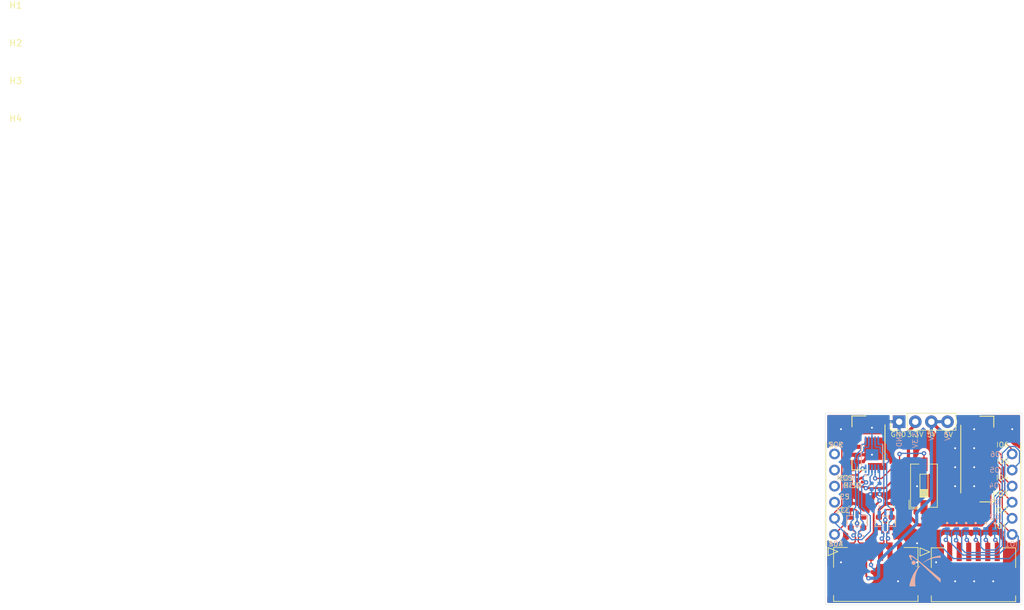
<source format=kicad_pcb>
(kicad_pcb (version 20240108) (generator "pcbnew") (generator_version "8.0")
  (layers (0 "F.Cu" signal "F.Cu (Sig)") (1 "In1.Cu" power "In1.Cu (GND)") (2 "In2.Cu" power "In2.Cu (GND)") (31 "B.Cu" signal "B.Cu (Sig)") (34 "B.Paste" user) (35 "F.Paste" user) (36 "B.SilkS" user "B.Silkscreen") (37 "F.SilkS" user "F.Silkscreen") (38 "B.Mask" user) (39 "F.Mask" user) (44 "Edge.Cuts" user))
  (net 0 "")
  (net 1 "GND")
  (net 2 "+5V")
  (net 3 "+3v3")
  (net 4 "Net-(C3-Pad1)")
  (net 5 "Net-(C4-Pad1)")
  (net 6 "/CANSCL+")
  (net 7 "/CANSCL-")
  (net 8 "/CANSDA-")
  (net 9 "/CANSDA+")
  (net 10 "/INT3")
  (net 11 "/INT2")
  (net 12 "/MAG_INT")
  (net 13 "/DRDY")
  (net 14 "/INT1")
  (net 15 "/INT4")
  (net 16 "/SDA")
  (net 17 "/SCL")
  (net 22 "Net-(R2-Pad1)")
  (net 23 "Net-(U1-EN{slash}MODE)")
  (net 24 "Net-(D1-PadA)")
  (net 25 "Net-(D2-PadA)")
  (net 26 "Net-(D3-PadA)")
  (net 27 "Net-(D4-PadA)")
  (net 28 "Net-(D5-PadA)")
  (net 29 "Net-(D6-PadA)")
  (net 30 "/5v_in")
  (footprint "Resistor_SMD:R_0603_1608Metric" (layer "F.Cu") (at 138.55 80.85 90)
    (property "Reference" "R1" (hide yes))
    (property "Value" "60R" (hide yes))
  )
  (footprint "Resistor_SMD:R_0201_0603Metric" (layer "F.Cu") (at 135.1 73.695 -90)
    (property "Reference" "R6" (hide yes))
    (property "Value" "4k7" (hide yes))
  )
  (footprint "Resistor_SMD:R_0603_1608Metric" (layer "F.Cu") (at 134.1 80.85 -90)
    (property "Reference" "R7" (hide yes))
    (property "Value" "60R" (hide yes))
  )
  (footprint "MountingHole:MountingHole_2.2mm_M2" (layer "F.Cu") (at 2.475 2.475)
    (property "Reference" "H1")
    (property "Value" "M2")
  )
  (footprint "MountingHole:MountingHole_2.2mm_M2" (layer "F.Cu") (at 2.475 14.375)
    (property "Reference" "H3")
    (property "Value" "M2")
  )
  (footprint "Resistor_SMD:R_0603_1608Metric" (layer "F.Cu") (at 140.55 80.85 90)
    (property "Reference" "R3" (hide yes))
    (property "Value" "60R" (hide yes))
  )
  (footprint "Resistor_SMD:R_0201_0603Metric" (layer "F.Cu") (at 145.72 80.2)
    (property "Reference" "R2" (hide yes))
    (property "Value" "10k" (hide yes))
  )
  (footprint "MountingHole:MountingHole_2.2mm_M2" (layer "F.Cu") (at 2.475 20.325)
    (property "Reference" "H4")
    (property "Value" "M2")
  )
  (footprint "footprints:CONN_BM08B-GHS-TBT_JST" (layer "F.Cu") (at 154.05 70.85 -90)
    (property "Reference" "J1" (hide yes))
    (property "Value" "BM08B-GHS-TBT" (hide yes))
  )
  (footprint "Resistor_SMD:R_0201_0603Metric" (layer "F.Cu") (at 135.9 74.155 90)
    (property "Reference" "R5" (hide yes))
    (property "Value" "4k7" (hide yes))
  )
  (footprint "MountingHole:MountingHole_2.2mm_M2" (layer "F.Cu") (at 2.475 8.425)
    (property "Reference" "H2")
    (property "Value" "M2")
  )
  (footprint "Capacitor_SMD:C_0402_1005Metric" (layer "F.Cu") (at 134.2 78.35 90)
    (property "Reference" "C4" (hide yes))
    (property "Value" "4.7nF" (hide yes))
  )
  (footprint "footprints:CON_5025850670" (layer "F.Cu") (at 134.304 85.450001)
    (property "Reference" "J5" (hide yes))
    (property "Value" "5025850670" (hide yes))
  )
  (footprint "footprints:CON_5025850670" (layer "F.Cu") (at 149.704 85.500001)
    (property "Reference" "J2" (hide yes))
    (property "Value" "5025850670" (hide yes))
  )
  (footprint "Resistor_SMD:R_0603_1608Metric" (layer "F.Cu") (at 136.1 80.85 -90)
    (property "Reference" "R4" (hide yes))
    (property "Value" "60R" (hide yes))
  )
  (footprint "footprints:Hat_connector_hole" (layer "F.Cu") (at 145.55 73.85)
    (property "Reference" "J4" (hide yes))
    (property "Value" "Hat_connector_hole" (hide yes))
  )
  (footprint "Button_Switch_SMD:SW_DIP_SPSTx01_Slide_6.7x4.1mm_W6.73mm_P2.54mm_LowProfile_JPin" (layer "F.Cu") (at 145.65 75.05 90)
    (property "Reference" "SW1" (hide yes))
    (property "Value" "SW_DIP_x01" (hide yes))
  )
  (footprint "footprints:CONN_BM04B-GHS-TBT_JST" (layer "F.Cu") (at 136.9 68.3 90)
    (property "Reference" "J3" (hide yes))
    (property "Value" "BM04B-GHS-TBT" (hide yes))
  )
  (footprint "Capacitor_SMD:C_0402_1005Metric" (layer "F.Cu") (at 140.65 78.35 90)
    (property "Reference" "C3" (hide yes))
    (property "Value" "4.7nF" (hide yes))
  )
  (footprint "footprints:Xplore_Logo_X_only_5mm" (layer "B.Cu") (at 145.788013 88.45 180)
    (property "Reference" "G1" (hide yes))
    (property "Value" "Xplore_Logo" (hide yes))
  )
  (footprint "footprints:DIO_PESD5V0S1UL_315" (layer "B.Cu") (at 149.3 82.2 -90)
    (property "Reference" "D1" (hide yes))
    (property "Value" "PESD5V0S1UL_315" (hide yes))
  )
  (footprint "footprints:DIO_PESD5V0S1UL_315" (layer "B.Cu") (at 150.8 82.2 -90)
    (property "Reference" "D2" (hide yes))
    (property "Value" "PESD5V0S1UL_315" (hide yes))
  )
  (footprint "footprints:SOT23_PESD2_NEX" (layer "B.Cu") (at 135.1 80.6 180)
    (property "Reference" "CR2" (hide yes))
    (property "Value" "PESD2CANFD27V-TR" (hide yes))
  )
  (footprint "footprints:DIO_PESD5V0S1UL_315" (layer "B.Cu") (at 155.4 82.2 -90)
    (property "Reference" "D5" (hide yes))
    (property "Value" "PESD5V0S1UL_315" (hide yes))
  )
  (footprint "Capacitor_SMD:C_0402_1005Metric" (layer "B.Cu") (at 137.4 75.15 -90)
    (property "Reference" "C2" (hide yes))
    (property "Value" "2.2uF" (hide yes))
  )
  (footprint "Capacitor_SMD:C_0402_1005Metric" (layer "B.Cu") (at 138.65 75.17 -90)
    (property "Reference" "C1" (hide yes))
    (property "Value" "1uF" (hide yes))
  )
  (footprint "footprints:DIO_PESD5V0S1UL_315" (layer "B.Cu") (at 152.3 82.2 -90)
    (property "Reference" "D3" (hide yes))
    (property "Value" "PESD5V0S1UL_315" (hide yes))
  )
  (footprint "footprints:DIO_PESD5V0S1UL_315" (layer "B.Cu") (at 156.8 82.2 -90)
    (property "Reference" "D6" (hide yes))
    (property "Value" "PESD5V0S1UL_315" (hide yes))
  )
  (footprint "footprints:D5V0H1B2LP_7B" (layer "B.Cu") (at 138.15 88.3 180)
    (property "Reference" "U2" (hide yes))
    (property "Value" "D5V0H1B2LP-7B" (hide yes))
  )
  (footprint "footprints:LT3960" (layer "B.Cu") (at 137.45 70.1611 -90)
    (property "Reference" "U1" (hide yes))
    (property "Value" "LT3960JMSE-PBF" (hide yes))
  )
  (footprint "footprints:DIO_PESD5V0S1UL_315" (layer "B.Cu") (at 153.8 82.2 -90)
    (property "Reference" "D4" (hide yes))
    (property "Value" "PESD5V0S1UL_315" (hide yes))
  )
  (footprint "footprints:SOT23_PESD2_NEX" (layer "B.Cu") (at 139.55 80.65)
    (property "Reference" "CR1" (hide yes))
    (property "Value" "PESD2CANFD27V-TR" (hide yes))
  )
  (gr_rect (start 130.1 63.6) (end 161.1 93.85) (stroke (width 0.05)) (fill none) (layer "Edge.Cuts"))
  (segment (start 134.9235 70.175) (end 137.4361 70.175) (width 0.2) (layer "F.Cu") (net 1))
  (segment (start 141.804 85.450001) (end 143.247512 85.450001) (width 0.2) (layer "F.Cu") (net 1))
  (segment (start 143.247512 85.450001) (end 144.562513 84.135) (width 0.2) (layer "F.Cu") (net 1))
  (segment (start 140.65 77.87) (end 140.13924 77.87) (width 0.2) (layer "F.Cu") (net 1))
  (segment (start 135.73 77.87) (end 137.2 76.4) (width 0.2) (layer "F.Cu") (net 1))
  (segment (start 143.578995 90.150002) (end 143.553995 90.125002) (width 0.2) (layer "F.Cu") (net 1))
  (segment (start 134.2 77.87) (end 135.73 77.87) (width 0.2) (layer "F.Cu") (net 1))
  (segment (start 140.13924 77.87) (end 138.65962 76.39038) (width 0.2) (layer "F.Cu") (net 1))
  (segment (start 137.4361 70.175) (end 137.45 70.1611) (width 0.2) (layer "F.Cu") (net 1))
  (via (at 137.45 70.1611) (size 0.7) (drill 0.3) (layers "F.Cu" "B.Cu") (net 1))
  (via (at 153.562513 69.135) (size 0.7) (drill 0.3) (layers "F.Cu" "B.Cu") (net 1))
  (via (at 135.1 81) (size 0.7) (drill 0.3) (layers "F.Cu" "B.Cu") (net 1))
  (via (at 147.562513 87.135) (size 0.7) (drill 0.3) (layers "F.Cu" "B.Cu") (net 1))
  (via (at 153.562513 90.135) (size 0.7) (drill 0.3) (layers "F.Cu" "B.Cu") (net 1))
  (via (at 144.562513 75.135) (size 0.7) (drill 0.3) (layers "F.Cu" "B.Cu") (net 1))
  (via (at 139.55 80.45) (size 0.7) (drill 0.3) (layers "F.Cu" "B.Cu") (net 1))
  (via (at 150.562513 75.135) (size 0.7) (drill 0.3) (layers "F.Cu" "B.Cu") (net 1))
  (via (at 144.562513 87.135) (size 0.7) (drill 0.3) (layers "F.Cu" "B.Cu") (net 1))
  (via (at 153.562513 72.135) (size 0.7) (drill 0.3) (layers "F.Cu" "B.Cu") (net 1))
  (via (at 132.562513 87.135) (size 0.7) (drill 0.3) (layers "F.Cu" "B.Cu") (net 1))
  (via (at 156.562513 90.135) (size 0.7) (drill 0.3) (layers "F.Cu" "B.Cu") (net 1))
  (via (at 141.562513 90.135) (size 0.7) (drill 0.3) (layers "F.Cu" "B.Cu") (net 1))
  (via (at 137.45 65.9) (size 0.7) (drill 0.3) (layers "F.Cu" "B.Cu") (net 1))
  (via (at 132.562513 66.135) (size 0.7) (drill 0.3) (layers "F.Cu" "B.Cu") (net 1))
  (via (at 137.2 76.4) (size 0.7) (drill 0.3) (layers "F.Cu" "B.Cu") (net 1))
  (via (at 153.562513 75.135) (size 0.7) (drill 0.3) (layers "F.Cu" "B.Cu") (net 1))
  (via (at 150.562513 69.135) (size 0.7) (drill 0.3) (layers "F.Cu" "B.Cu") (net 1))
  (via (at 153.562513 66.135) (size 0.7) (drill 0.3) (layers "F.Cu" "B.Cu") (net 1))
  (via (at 159.562513 66.135) (size 0.7) (drill 0.3) (layers "F.Cu" "B.Cu") (net 1))
  (via (at 150.562513 72.135) (size 0.7) (drill 0.3) (layers "F.Cu" "B.Cu") (net 1))
  (via (at 138.65962 76.39038) (size 0.7) (drill 0.3) (layers "F.Cu" "B.Cu") (net 1))
  (via (at 144.562513 84.135) (size 0.7) (drill 0.3) (layers "F.Cu" "B.Cu") (net 1))
  (via (at 150.562513 90.135) (size 0.7) (drill 0.3) (layers "F.Cu" "B.Cu") (net 1))
  (segment (start 139.55 81.666) (end 139.55 80.45) (width 0.2) (layer "B.Cu") (net 1))
  (segment (start 137.2 76.4) (end 137.4 76.2) (width 0.2) (layer "B.Cu") (net 1))
  (segment (start 135.1 81) (end 135.1 79.584) (width 0.2) (layer "B.Cu") (net 1))
  (segment (start 138.65 76.38076) (end 138.65 75.65) (width 0.2) (layer "B.Cu") (net 1))
  (segment (start 137.45 67.947752) (end 137.45 65.9) (width 0.2) (layer "B.Cu") (net 1))
  (segment (start 138.65962 76.39038) (end 138.65 76.38076) (width 0.2) (layer "B.Cu") (net 1))
  (segment (start 137.45 67.947752) (end 137.45 70.1611) (width 0.2) (layer "B.Cu") (net 1))
  (segment (start 137.4 76.2) (end 137.4 75.63) (width 0.2) (layer "B.Cu") (net 1))
  (segment (start 138.65 77.4) (end 138.65 77.5) (width 0.3) (layer "F.Cu") (net 2))
  (segment (start 137.725 82.479001) (end 136.553999 83.650002) (width 0.3) (layer "F.Cu") (net 2))
  (segment (start 146.04 80.2) (end 146.75 80.2) (width 0.2) (layer "F.Cu") (net 2))
  (segment (start 137.725 78.425) (end 137.725 82.479001) (width 0.3) (layer "F.Cu") (net 2))
  (segment (start 136.553999 89.303999) (end 136.9 89.65) (width 0.3) (layer "F.Cu") (net 2))
  (segment (start 148.4 66.54) (end 146.81 64.95) (width 0.5) (layer "F.Cu") (net 2))
  (segment (start 138.65 77.5) (end 137.725 78.425) (width 0.3) (layer "F.Cu") (net 2))
  (segment (start 136.553999 83.650002) (end 136.553999 89.303999) (width 0.3) (layer "F.Cu") (net 2))
  (segment (start 148.4 78.55) (end 148.4 66.54) (width 0.5) (layer "F.Cu") (net 2))
  (segment (start 146.75 80.2) (end 148.4 78.55) (width 0.5) (layer "F.Cu") (net 2))
  (via (at 138.65 77.4) (size 0.7) (drill 0.3) (layers "F.Cu" "B.Cu") (net 2))
  (via (at 136.9 89.65) (size 0.7) (drill 0.3) (layers "F.Cu" "B.Cu") (net 2))
  (segment (start 136.9 89.65) (end 138.15 89.65) (width 0.5) (layer "B.Cu") (net 2))
  (segment (start 138 75.966134) (end 138.01 75.956134) (width 0.2) (layer "B.Cu") (net 2))
  (segment (start 146.81 64.95) (end 149.35 64.95) (width 0.5) (layer "B.Cu") (net 2))
  (segment (start 140.55 84.95) (end 140.627818 84.95) (width 0.5) (layer "B.Cu") (net 2))
  (segment (start 138.01 75.956134) (end 138.01 75.28) (width 0.2) (layer "B.Cu") (net 2))
  (segment (start 138.01 75.28) (end 138.65 74.64) (width 0.2) (layer "B.Cu") (net 2))
  (segment (start 144.5 81.077818) (end 144.5 79.35) (width 0.5) (layer "B.Cu") (net 2))
  (segment (start 138.65 72.574447) (end 138.450001 72.374448) (width 0.2) (layer "B.Cu") (net 2))
  (segment (start 138.497599 89.302401) (end 138.497599 88.3) (width 0.5) (layer "B.Cu") (net 2))
  (segment (start 138.65 77.3) (end 138 76.65) (width 0.2) (layer "B.Cu") (net 2))
  (segment (start 138 76.65) (end 138 75.966134) (width 0.2) (layer "B.Cu") (net 2))
  (segment (start 146.82 77.03) (end 146.82 64.96) (width 0.5) (layer "B.Cu") (net 2))
  (segment (start 138.497599 88.3) (end 138.497599 87.002401) (width 0.5) (layer "B.Cu") (net 2))
  (segment (start 138.15 89.65) (end 138.497599 89.302401) (width 0.5) (layer "B.Cu") (net 2))
  (segment (start 140.627818 84.95) (end 144.5 81.077818) (width 0.5) (layer "B.Cu") (net 2))
  (segment (start 138.65 74.64) (end 138.65 72.574447) (width 0.2) (layer "B.Cu") (net 2))
  (segment (start 144.5 79.35) (end 146.82 77.03) (width 0.5) (layer "B.Cu") (net 2))
  (segment (start 138.65 77.4) (end 138.65 77.3) (width 0.2) (layer "B.Cu") (net 2))
  (segment (start 138.497599 87.002401) (end 140.55 84.95) (width 0.5) (layer "B.Cu") (net 2))
  (segment (start 135.1 74.015) (end 135.490832 74.015) (width 0.3) (layer "F.Cu") (net 3))
  (segment (start 143.25 79.75) (end 143.25 74.85) (width 0.5) (layer "F.Cu") (net 3))
  (segment (start 143 66.7) (end 143.25 66.45) (width 0.5) (layer "F.Cu") (net 3))
  (segment (start 156.0265 75.225) (end 156.0265 79.9735) (width 0.5) (layer "F.Cu") (net 3))
  (segment (start 143.2 74.8) (end 143.2 66.5) (width 0.5) (layer "F.Cu") (net 3))
  (segment (start 144.75 81.25) (end 143.25 79.75) (width 0.5) (layer "F.Cu") (net 3))
  (segment (start 143.25 74.85) (end 143.2 74.8) (width 0.5) (layer "F.Cu") (net 3))
  (segment (start 144.27 65.43) (end 144.27 64.95) (width 0.5) (layer "F.Cu") (net 3))
  (segment (start 135.1985 66.7) (end 143 66.7) (width 0.5) (layer "F.Cu") (net 3))
  (segment (start 143.25 66.45) (end 144.27 65.43) (width 0.5) (layer "F.Cu") (net 3))
  (segment (start 143.2 66.5) (end 143.25 66.45) (width 0.5) (layer "F.Cu") (net 3))
  (segment (start 135.490832 74.015) (end 135.670832 73.835) (width 0.3) (layer "F.Cu") (net 3))
  (segment (start 139.516402 75.433598) (end 143.2 71.75) (width 0.3) (layer "F.Cu") (net 3))
  (segment (start 136.29113 75.235) (end 135.790832 75.235) (width 0.3) (layer "F.Cu") (net 3))
  (segment (start 134.9235 66.425) (end 135.1985 66.7) (width 0.5) (layer "F.Cu") (net 3))
  (segment (start 135.1 74.544168) (end 135.1 74.015) (width 0.3) (layer "F.Cu") (net 3))
  (segment (start 144.27 64.97) (end 144.27 64.95) (width 0.5) (layer "F.Cu") (net 3))
  (segment (start 144.27 65.18) (end 144.27 64.95) (width 0.5) (layer "F.Cu") (net 3))
  (segment (start 136.489728 75.433598) (end 136.29113 75.235) (width 0.3) (layer "F.Cu") (net 3))
  (segment (start 135.670832 73.835) (end 135.9 73.835) (width 0.3) (layer "F.Cu") (net 3))
  (segment (start 156.0265 79.9735) (end 154.75 81.25) (width 0.5) (layer "F.Cu") (net 3))
  (segment (start 136.489728 75.433598) (end 139.516402 75.433598) (width 0.3) (layer "F.Cu") (net 3))
  (segment (start 135.790832 75.235) (end 135.1 74.544168) (width 0.3) (layer "F.Cu") (net 3))
  (segment (start 154.75 81.25) (end 144.75 81.25) (width 0.5) (layer "F.Cu") (net 3))
  (via (at 136.489728 75.433598) (size 0.7) (drill 0.3) (layers "F.Cu" "B.Cu") (net 3))
  (segment (start 137.452218 72.376666) (end 137.45 72.374448) (width 0.2) (layer "B.Cu") (net 3))
  (segment (start 136.489728 75.433598) (end 136.636402 75.433598) (width 0.2) (layer "B.Cu") (net 3))
  (segment (start 137.45 73.343782) (end 137.45 72.374448) (width 0.2) (layer "B.Cu") (net 3))
  (segment (start 137.45 74.643866) (end 137.15 74.343866) (width 0.2) (layer "B.Cu") (net 3))
  (segment (start 136.636402 75.433598) (end 137.4 74.67) (width 0.2) (layer "B.Cu") (net 3))
  (segment (start 137.15 74.343866) (end 137.15 73.643782) (width 0.2) (layer "B.Cu") (net 3))
  (segment (start 137.15 73.643782) (end 137.45 73.343782) (width 0.2) (layer "B.Cu") (net 3))
  (segment (start 140.65 79.925) (end 140.65 78.83) (width 0.2) (layer "F.Cu") (net 4))
  (segment (start 140.55 80.025) (end 140.65 79.925) (width 0.2) (layer "F.Cu") (net 4))
  (segment (start 140.65 78.83) (end 139.745 78.83) (width 0.2) (layer "F.Cu") (net 4))
  (segment (start 139.745 78.83) (end 138.55 80.025) (width 0.2) (layer "F.Cu") (net 4))
  (segment (start 134.1 78.93) (end 134.2 78.83) (width 0.2) (layer "F.Cu") (net 5))
  (segment (start 134.905 78.83) (end 136.1 80.025) (width 0.2) (layer "F.Cu") (net 5))
  (segment (start 134.1 80.025) (end 134.1 78.93) (width 0.2) (layer "F.Cu") (net 5))
  (segment (start 134.2 78.83) (end 134.905 78.83) (width 0.2) (layer "F.Cu") (net 5))
  (segment (start 139 83.4) (end 139.329001 83.070999) (width 0.2) (layer "F.Cu") (net 6))
  (segment (start 139.325 82.955759) (end 139.325 82.525) (width 0.2) (layer "F.Cu") (net 6))
  (segment (start 139.325 82.525) (end 138.55 81.75) (width 0.2) (layer "F.Cu") (net 6))
  (segment (start 139.329 84.925002) (end 138.804001 85.450001) (width 0.2) (layer "F.Cu") (net 6))
  (segment (start 139 83.4) (end 139.329 83.729) (width 0.2) (layer "F.Cu") (net 6))
  (segment (start 139.329001 82.95976) (end 139.325 82.955759) (width 0.2) (layer "F.Cu") (net 6))
  (segment (start 139.329001 83.070999) (end 139.329001 82.95976) (width 0.2) (layer "F.Cu") (net 6))
  (segment (start 138.55 81.75) (end 138.55 81.675) (width 0.2) (layer "F.Cu") (net 6))
  (segment (start 139.329 83.729) (end 139.329 84.925002) (width 0.2) (layer "F.Cu") (net 6))
  (via (at 139 83.4) (size 0.7) (drill 0.3) (layers "F.Cu" "B.Cu") (net 6))
  (segment (start 138.7406 69.7088) (end 138.7406 68.9721) (width 0.2) (layer "B.Cu") (net 6))
  (segment (start 138.599999 80.510301) (end 138.599999 79.634) (width 0.2) (layer "B.Cu") (net 6))
  (segment (start 139.325 78.032698) (end 139.325 70.2932) (width 0.2) (layer "B.Cu") (net 6))
  (segment (start 138.599999 78.757699) (end 139.325 78.032698) (width 0.2) (layer "B.Cu") (net 6))
  (segment (start 138.9833 82.5502) (end 138.9833 80.893602) (width 0.2) (layer "B.Cu") (net 6))
  (segment (start 138.599999 79.634) (end 138.599999 78.757699) (width 0.2) (layer "B.Cu") (net 6))
  (segment (start 139.325 82.954931) (end 139.325 82.5502) (width 0.2) (layer "B.Cu") (net 6))
  (segment (start 139.329001 83.070999) (end 139.329001 82.958932) (width 0.2) (layer "B.Cu") (net 6))
  (segment (start 139.329001 82.958932) (end 139.325 82.954931) (width 0.2) (layer "B.Cu") (net 6))
  (segment (start 138.7406 68.9721) (end 138.0789 68.9721) (width 0.2) (layer "B.Cu") (net 6))
  (segment (start 139 83.4) (end 139.329001 83.070999) (width 0.2) (layer "B.Cu") (net 6))
  (segment (start 138.9833 80.893602) (end 138.599999 80.510301) (width 0.2) (layer "B.Cu") (net 6))
  (segment (start 139.325 82.5502) (end 138.9833 82.5502) (width 0.2) (layer "B.Cu") (net 6))
  (segment (start 139.325 70.2932) (end 138.7406 69.7088) (width 0.2) (layer "B.Cu") (net 6))
  (segment (start 138.0789 68.9721) (end 137.949999 68.843199) (width 0.2) (layer "B.Cu") (net 6))
  (segment (start 137.949999 68.843199) (end 137.949999 67.947752) (width 0.2) (layer "B.Cu") (net 6))
  (segment (start 139.779002 83.573032) (end 139.979001 83.373033) (width 0.2) (layer "F.Cu") (net 7))
  (segment (start 139.775 82.525) (end 140.55 81.75) (width 0.2) (layer "F.Cu") (net 7))
  (segment (start 139.779001 83.173033) (end 139.779001 82.787554) (width 0.2) (layer "F.Cu") (net 7))
  (segment (start 139.779002 84.925002) (end 139.779002 83.573032) (width 0.2) (layer "F.Cu") (net 7))
  (segment (start 140.55 81.75) (end 140.55 81.675) (width 0.2) (layer "F.Cu") (net 7))
  (segment (start 139.979001 83.373033) (end 139.779001 83.173033) (width 0.2) (layer "F.Cu") (net 7))
  (segment (start 139.775 82.783553) (end 139.775 82.525) (width 0.2) (layer "F.Cu") (net 7))
  (segment (start 139.779001 82.787554) (end 139.775 82.783553) (width 0.2) (layer "F.Cu") (net 7))
  (segment (start 140.304001 85.450001) (end 139.779002 84.925002) (width 0.2) (layer "F.Cu") (net 7))
  (via (at 139.979001 83.373033) (size 0.7) (drill 0.3) (layers "F.Cu" "B.Cu") (net 7))
  (segment (start 139.779001 83.173033) (end 139.779001 82.786726) (width 0.2) (layer "B.Cu") (net 7))
  (segment (start 139.779001 82.786726) (end 139.775 82.782725) (width 0.2) (layer "B.Cu") (net 7))
  (segment (start 139.775 70.1068) (end 139.775 70.668599) (width 0.2) (layer "B.Cu") (net 7))
  (segment (start 139.775 82.5502) (end 140.1167 82.5502) (width 0.2) (layer "B.Cu") (net 7))
  (segment (start 140.1167 82.5502) (end 140.1167 80.893602) (width 0.2) (layer "B.Cu") (net 7))
  (segment (start 139.979001 83.373033) (end 139.779001 83.173033) (width 0.2) (layer "B.Cu") (net 7))
  (segment (start 138.450001 68.472001) (end 138.425 68.497002) (width 0.2) (layer "B.Cu") (net 7))
  (segment (start 139.775 82.782725) (end 139.775 82.5502) (width 0.2) (layer "B.Cu") (net 7))
  (segment (start 139.775 72.865315) (end 139.775 78.032698) (width 0.2) (layer "B.Cu") (net 7))
  (segment (start 140.1167 80.893602) (end 140.500001 80.510301) (width 0.2) (layer "B.Cu") (net 7))
  (segment (start 138.425 68.52212) (end 138.926988 68.52212) (width 0.2) (layer "B.Cu") (net 7))
  (segment (start 139.19058 68.785712) (end 139.19058 69.52238) (width 0.2) (layer "B.Cu") (net 7))
  (segment (start 139.19058 69.52238) (end 139.775 70.1068) (width 0.2) (layer "B.Cu") (net 7))
  (segment (start 138.450001 67.947752) (end 138.450001 68.472001) (width 0.2) (layer "B.Cu") (net 7))
  (segment (start 138.926988 68.52212) (end 139.19058 68.785712) (width 0.2) (layer "B.Cu") (net 7))
  (segment (start 139.775 71.536567) (end 139.775 71.868599) (width 0.2) (layer "B.Cu") (net 7))
  (segment (start 140.042968 70.936567) (end 140.042968 71.268599) (width 0.2) (layer "B.Cu") (net 7))
  (segment (start 139.775 78.032698) (end 140.500001 78.757699) (width 0.2) (layer "B.Cu") (net 7))
  (segment (start 140.500001 80.510301) (end 140.500001 79.634) (width 0.2) (layer "B.Cu") (net 7))
  (segment (start 139.775 71.868599) (end 139.775 72.865315) (width 0.2) (layer "B.Cu") (net 7))
  (segment (start 140.500001 78.757699) (end 140.500001 79.634) (width 0.2) (layer "B.Cu") (net 7))
  (segment (start 138.425 68.497002) (end 138.425 68.52212) (width 0.2) (layer "B.Cu") (net 7))
  (arc (start 139.908984 71.402583) (mid 139.814243 71.441826) (end 139.775 71.536567) (width 0.2) (layer "B.Cu") (net 7))
  (arc (start 140.042968 71.268599) (mid 140.003725 71.36334) (end 139.908984 71.402583) (width 0.2) (layer "B.Cu") (net 7))
  (arc (start 139.775 70.668599) (mid 139.814243 70.76334) (end 139.908984 70.802583) (width 0.2) (layer "B.Cu") (net 7))
  (arc (start 139.908984 70.802583) (mid 140.003725 70.841826) (end 140.042968 70.936567) (width 0.2) (layer "B.Cu") (net 7))
  (segment (start 134.829 83.875002) (end 134.304 84.400002) (width 0.2) (layer "F.Cu") (net 8))
  (segment (start 134.55 82.9) (end 134.875 83.225) (width 0.2) (layer "F.Cu") (net 8))
  (segment (start 134.874999 82.575001) (end 134.874999 82.449999) (width 0.2) (layer "F.Cu") (net 8))
  (segment (start 134.829 83.425629) (end 134.829 83.875002) (width 0.2) (layer "F.Cu") (net 8))
  (segment (start 134.874999 82.449999) (end 134.1 81.675) (width 0.2) (layer "F.Cu") (net 8))
  (segment (start 134.55 82.9) (end 134.874999 82.575001) (width 0.2) (layer "F.Cu") (net 8))
  (segment (start 134.304 84.400002) (end 134.304 85.450001) (width 0.2) (layer "F.Cu") (net 8))
  (segment (start 134.875 83.379629) (end 134.829 83.425629) (width 0.2) (layer "F.Cu") (net 8))
  (segment (start 134.875 83.225) (end 134.875 83.379629) (width 0.2) (layer "F.Cu") (net 8))
  (via (at 134.55 82.9) (size 0.7) (drill 0.3) (layers "F.Cu" "B.Cu") (net 8))
  (segment (start 136.449999 67.947752) (end 136.449999 68.472001) (width 0.2) (layer "B.Cu") (net 8))
  (segment (start 134.149999 80.739699) (end 134.149999 81.616) (width 0.2) (layer "B.Cu") (net 8))
  (segment (start 134.659482 70.931359) (end 134.659482 71.405841) (width 0.2) (layer "B.Cu") (net 8))
  (segment (start 135.973012 68.52212) (end 135.70942 68.785712) (width 0.2) (layer "B.Cu") (net 8))
  (segment (start 136.449999 68.472001) (end 136.475 68.497002) (width 0.2) (layer "B.Cu") (net 8))
  (segment (start 136.475 68.52212) (end 135.973012 68.52212) (width 0.2) (layer "B.Cu") (net 8))
  (segment (start 134.5333 80.356398) (end 134.149999 80.739699) (width 0.2) (layer "B.Cu") (net 8))
  (segment (start 134.875 78.475) (end 134.5333 78.8167) (width 0.2) (layer "B.Cu") (net 8))
  (segment (start 134.874999 82.341) (end 134.149999 81.616) (width 0.2) (layer "B.Cu") (net 8))
  (segment (start 134.875 70.2068) (end 134.875 70.715841) (width 0.2) (layer "B.Cu") (net 8))
  (segment (start 136.475 68.497002) (end 136.475 68.52212) (width 0.2) (layer "B.Cu") (net 8))
  (segment (start 135.70942 69.37238) (end 134.875 70.2068) (width 0.2) (layer "B.Cu") (net 8))
  (segment (start 134.875 72.095841) (end 134.875 74.9) (width 0.2) (layer "B.Cu") (net 8))
  (segment (start 135.70942 68.785712) (end 135.70942 69.37238) (width 0.2) (layer "B.Cu") (net 8))
  (segment (start 134.55 82.9) (end 134.874999 82.575001) (width 0.2) (layer "B.Cu") (net 8))
  (segment (start 134.5333 78.8167) (end 134.5333 80.356398) (width 0.2) (layer "B.Cu") (net 8))
  (segment (start 134.875 74.9) (end 134.875 78.475) (width 0.2) (layer "B.Cu") (net 8))
  (segment (start 134.874999 82.575001) (end 134.874999 82.341) (width 0.2) (layer "B.Cu") (net 8))
  (segment (start 134.875 71.621359) (end 134.875 72.095841) (width 0.2) (layer "B.Cu") (net 8))
  (arc (start 134.875 70.715841) (mid 134.843438 70.792038) (end 134.767241 70.8236) (width 0.2) (layer "B.Cu") (net 8))
  (arc (start 134.767241 70.8236) (mid 134.691044 70.855162) (end 134.659482 70.931359) (width 0.2) (layer "B.Cu") (net 8))
  (arc (start 134.767241 71.5136) (mid 134.843438 71.545162) (end 134.875 71.621359) (width 0.2) (layer "B.Cu") (net 8))
  (arc (start 134.659482 71.405841) (mid 134.691044 71.482038) (end 134.767241 71.5136) (width 0.2) (layer "B.Cu") (net 8))
  (segment (start 135.325001 82.71074) (end 135.525 82.910739) (width 0.2) (layer "F.Cu") (net 9))
  (segment (start 135.804 84.400002) (end 135.804 85.450001) (width 0.2) (layer "F.Cu") (net 9))
  (segment (start 135.279 83.875002) (end 135.804 84.400002) (width 0.2) (layer "F.Cu") (net 9))
  (segment (start 135.325001 82.449999) (end 135.325001 82.71074) (width 0.2) (layer "F.Cu") (net 9))
  (segment (start 135.525 82.910739) (end 135.325 83.110739) (width 0.2) (layer "F.Cu") (net 9))
  (segment (start 135.279 83.597835) (end 135.279 83.875002) (width 0.2) (layer "F.Cu") (net 9))
  (segment (start 135.325 83.551835) (end 135.279 83.597835) (width 0.2) (layer "F.Cu") (net 9))
  (segment (start 136.1 81.675) (end 135.325001 82.449999) (width 0.2) (layer "F.Cu") (net 9))
  (segment (start 135.325 83.110739) (end 135.325 83.551835) (width 0.2) (layer "F.Cu") (net 9))
  (via (at 135.525 82.910739) (size 0.7) (drill 0.3) (layers "F.Cu" "B.Cu") (net 9))
  (segment (start 136.1594 69.5588) (end 136.1594 68.9721) (width 0.2) (layer "B.Cu") (net 9))
  (segment (start 136.925 68.497002) (end 136.950001 68.472001) (width 0.2) (layer "B.Cu") (net 9))
  (segment (start 136.1594 68.9721) (end 136.8279 68.9721) (width 0.2) (layer "B.Cu") (net 9))
  (segment (start 135.6667 78.8417) (end 135.325 78.5) (width 0.2) (layer "B.Cu") (net 9))
  (segment (start 136.050001 81.616) (end 136.050001 80.739699) (width 0.2) (layer "B.Cu") (net 9))
  (segment (start 136.925 68.875) (end 136.925 68.497002) (width 0.2) (layer "B.Cu") (net 9))
  (segment (start 135.325 78.5) (end 135.325 70.3932) (width 0.2) (layer "B.Cu") (net 9))
  (segment (start 136.050001 80.739699) (end 135.6667 80.356398) (width 0.2) (layer "B.Cu") (net 9))
  (segment (start 136.950001 68.472001) (end 136.950001 67.947752) (width 0.2) (layer "B.Cu") (net 9))
  (segment (start 136.8279 68.9721) (end 136.925 68.875) (width 0.2) (layer "B.Cu") (net 9))
  (segment (start 135.325001 82.341) (end 135.325001 82.71074) (width 0.2) (layer "B.Cu") (net 9))
  (segment (start 135.325001 82.71074) (end 135.525 82.910739) (width 0.2) (layer "B.Cu") (net 9))
  (segment (start 136.050001 81.616) (end 135.325001 82.341) (width 0.2) (layer "B.Cu") (net 9))
  (segment (start 135.325 70.3932) (end 136.1594 69.5588) (width 0.2) (layer "B.Cu") (net 9))
  (segment (start 135.6667 80.356398) (end 135.6667 78.8417) (width 0.2) (layer "B.Cu") (net 9))
  (segment (start 156.0265 71.475) (end 156.775 71.475) (width 0.2) (layer "F.Cu") (net 10))
  (segment (start 158.39 74.525685) (end 158.39 76.5) (width 0.2) (layer "F.Cu") (net 10))
  (segment (start 156.775 71.475) (end 157.8 72.5) (width 0.2) (layer "F.Cu") (net 10))
  (segment (start 157.8 73.935685) (end 158.39 74.525685) (width 0.2) (layer "F.Cu") (net 10))
  (segment (start 157.8 72.5) (end 157.8 73.935685) (width 0.2) (layer "F.Cu") (net 10))
  (segment (start 158.39 76.5) (end 159.54 77.65) (width 0.2) (layer "F.Cu") (net 10))
  (segment (start 152.3 81.85) (end 151.85 81.85) (width 0.2) (layer "B.Cu") (net 10))
  (segment (start 151.6 82.1) (end 151.6 85.05) (width 0.2) (layer "B.Cu") (net 10))
  (segment (start 152.15 85.6) (end 157 85.6) (width 0.2) (layer "B.Cu") (net 10))
  (segment (start 157 85.6) (end 157.99 84.61) (width 0.2) (layer "B.Cu") (net 10))
  (segment (start 157.99 79.2) (end 159.54 77.65) (width 0.2) (layer "B.Cu") (net 10))
  (segment (start 151.6 85.05) (end 152.15 85.6) (width 0.2) (layer "B.Cu") (net 10))
  (segment (start 151.85 81.85) (end 151.6 82.1) (width 0.2) (layer "B.Cu") (net 10))
  (segment (start 152.3 81.85) (end 152.3 82) (width 0.2) (layer "B.Cu") (net 10))
  (segment (start 157.99 84.61) (end 157.99 79.2) (width 0.2) (layer "B.Cu") (net 10))
  (segment (start 157.25 73.01) (end 157.25 73.951371) (width 0.2) (layer "F.Cu") (net 11))
  (segment (start 156.0265 72.725) (end 156.965 72.725) (width 0.2) (layer "F.Cu") (net 11))
  (segment (start 157.99 74.691371) (end 157.99 78.64) (width 0.2) (layer "F.Cu") (net 11))
  (segment (start 157.99 78.64) (end 159.54 80.19) (width 0.2) (layer "F.Cu") (net 11))
  (segment (start 157.25 73.951371) (end 157.99 74.691371) (width 0.2) (layer "F.Cu") (net 11))
  (segment (start 156.965 72.725) (end 157.25 73.01) (width 0.2) (layer "F.Cu") (net 11))
  (segment (start 157.35 86) (end 151.8 86) (width 0.2) (layer "B.Cu") (net 11))
  (segment (start 150 82.997471) (end 150 82.25) (width 0.2) (layer "B.Cu") (net 11))
  (segment (start 150.4 81.85) (end 150.8 81.85) (width 0.2) (layer "B.Cu") (net 11))
  (segment (start 150 82.25) (end 150.4 81.85) (width 0.2) (layer "B.Cu") (net 11))
  (segment (start 150.004 83.001471) (end 150 82.997471) (width 0.2) (layer "B.Cu") (net 11))
  (segment (start 158.39 84.96) (end 157.35 86) (width 0.2) (layer "B.Cu") (net 11))
  (segment (start 150.004 84.204) (end 150.004 83.001471) (width 0.2) (layer "B.Cu") (net 11))
  (segment (start 158.39 81.34) (end 158.39 84.96) (width 0.2) (layer "B.Cu") (net 11))
  (segment (start 159.54 80.19) (end 158.39 81.34) (width 0.2) (layer "B.Cu") (net 11))
  (segment (start 151.8 86) (end 150.004 84.204) (width 0.2) (layer "B.Cu") (net 11))
  (segment (start 157.85 70.88) (end 159.54 72.57) (width 0.2) (layer "F.Cu") (net 12))
  (segment (start 157.85 70.2) (end 157.85 70.88) (width 0.2) (layer "F.Cu") (net 12))
  (segment (start 156.625 68.975) (end 157.85 70.2) (width 0.2) (layer "F.Cu") (net 12))
  (segment (start 156.0265 68.975) (end 156.625 68.975) (width 0.2) (layer "F.Cu") (net 12))
  (segment (start 155.4 81.85) (end 156.7 80.55) (width 0.2) (layer "B.Cu") (net 12))
  (segment (start 160.7 71.41) (end 159.54 72.57) (width 0.2) (layer "B.Cu") (net 12))
  (segment (start 159.063654 68.88) (end 160.016346 68.88) (width 0.2) (layer "B.Cu") (net 12))
  (segment (start 156.7 80.55) (end 156.7 76.818628) (width 0.2) (layer "B.Cu") (net 12))
  (segment (start 157.99 75.528628) (end 157.99 69.953654) (width 0.2) (layer "B.Cu") (net 12))
  (segment (start 157.99 69.953654) (end 159.063654 68.88) (width 0.2) (layer "B.Cu") (net 12))
  (segment (start 160.016346 68.88) (end 160.7 69.563654) (width 0.2) (layer "B.Cu") (net 12))
  (segment (start 156.7 76.818628) (end 157.99 75.528628) (width 0.2) (layer "B.Cu") (net 12))
  (segment (start 160.7 69.563654) (end 160.7 71.41) (width 0.2) (layer "B.Cu") (net 12))
  (segment (start 159.54 69.34) (end 159.54 70.03) (width 0.2) (layer "F.Cu") (net 13))
  (segment (start 157.925 67.725) (end 159.54 69.34) (width 0.2) (layer "F.Cu") (net 13))
  (segment (start 156.0265 67.725) (end 157.925 67.725) (width 0.2) (layer "F.Cu") (net 13))
  (segment (start 157.1 76.984314) (end 157.1 80.8) (width 0.2) (layer "B.Cu") (net 13))
  (segment (start 159.54 70.03) (end 158.39 71.18) (width 0.2) (layer "B.Cu") (net 13))
  (segment (start 157.1 80.8) (end 156.8 81.1) (width 0.2) (layer "B.Cu") (net 13))
  (segment (start 158.39 75.694314) (end 157.1 76.984314) (width 0.2) (layer "B.Cu") (net 13))
  (segment (start 156.8 81.1) (end 156.8 81.85) (width 0.2) (layer "B.Cu") (net 13))
  (segment (start 158.39 71.18) (end 158.39 75.694314) (width 0.2) (layer "B.Cu") (net 13))
  (segment (start 157.59 80.78) (end 159.54 82.73) (width 0.2) (layer "F.Cu") (net 14))
  (segment (start 156.0265 73.975) (end 156.583 73.975) (width 0.2) (layer "F.Cu") (net 14))
  (segment (start 157.59 74.982) (end 157.59 80.78) (width 0.2) (layer "F.Cu") (net 14))
  (segment (start 156.583 73.975) (end 157.59 74.982) (width 0.2) (layer "F.Cu") (net 14))
  (segment (start 159.1 86.55) (end 160.5 85.15) (width 0.2) (layer "B.Cu") (net 14))
  (segment (start 148.25 84.5) (end 150.3 86.55) (width 0.2) (layer "B.Cu") (net 14))
  (segment (start 148.7 81.85) (end 148.25 82.3) (width 0.2) (layer "B.Cu") (net 14))
  (segment (start 150.3 86.55) (end 159.1 86.55) (width 0.2) (layer "B.Cu") (net 14))
  (segment (start 160.18 82.73) (end 159.54 82.73) (width 0.2) (layer "B.Cu") (net 14))
  (segment (start 160.5 85.15) (end 160.5 83.05) (width 0.2) (layer "B.Cu") (net 14))
  (segment (start 160.5 83.05) (end 160.18 82.73) (width 0.2) (layer "B.Cu") (net 14))
  (segment (start 148.25 82.3) (end 148.25 84.5) (width 0.2) (layer "B.Cu") (net 14))
  (segment (start 149.3 81.85) (end 148.7 81.85) (width 0.2) (layer "B.Cu") (net 14))
  (segment (start 158.2 73.77) (end 159.54 75.11) (width 0.2) (layer "F.Cu") (net 15))
  (segment (start 159.205 74.775) (end 159.54 75.11) (width 0.2) (layer "F.Cu") (net 15))
  (segment (start 157.2028 70.4988) (end 157.2028 71.1528) (width 0.2) (layer "F.Cu") (net 15))
  (segment (start 157.2028 71.1528) (end 158.2 72.15) (width 0.2) (layer "F.Cu") (net 15))
  (segment (start 158.2 72.15) (end 158.2 73.77) (width 0.2) (layer "F.Cu") (net 15))
  (segment (start 156.929 70.225) (end 157.2028 70.4988) (width 0.2) (layer "F.Cu") (net 15))
  (segment (start 156.0265 70.225) (end 156.929 70.225) (width 0.2) (layer "F.Cu") (net 15))
  (segment (start 153.8 81.85) (end 154.4 81.85) (width 0.2) (layer "B.Cu") (net 15))
  (segment (start 156.834314 85.2) (end 157.59 84.444314) (width 0.2) (layer "B.Cu") (net 15))
  (segment (start 157.59 84.444314) (end 157.59 77.06) (width 0.2) (layer "B.Cu") (net 15))
  (segment (start 155.099999 85.2) (end 156.834314 85.2) (width 0.2) (layer "B.Cu") (net 15))
  (segment (start 154.6 84.700001) (end 155.099999 85.2) (width 0.2) (layer "B.Cu") (net 15))
  (segment (start 154.6 82.05) (end 154.6 84.700001) (width 0.2) (layer "B.Cu") (net 15))
  (segment (start 154.4 81.85) (end 154.6 82.05) (width 0.2) (layer "B.Cu") (net 15))
  (segment (start 157.59 77.06) (end 159.54 75.11) (width 0.2) (layer "B.Cu") (net 15))
  (segment (start 135.1 73.365) (end 133.585 73.365) (width 0.2) (layer "F.Cu") (net 16))
  (segment (start 133.15 76.9) (end 133.15 81.12) (width 0.2) (layer "F.Cu") (net 16))
  (segment (start 133.525 68.925) (end 133.15 69.3) (width 0.2) (layer "F.Cu") (net 16))
  (segment (start 135.975 72.35) (end 135.975 72.49) (width 0.2) (layer "F.Cu") (net 16))
  (segment (start 134.9235 68.925) (end 133.525 68.925) (width 0.2) (layer "F.Cu") (net 16))
  (segment (start 135.975 72.49) (end 135.1 73.365) (width 0.2) (layer "F.Cu") (net 16))
  (segment (start 135.950552 72.374448) (end 135.875552 72.374448) (width 0.2) (layer "F.Cu") (net 16))
  (segment (start 133.15 69.3) (end 133.15 76.9) (width 0.2) (layer "F.Cu") (net 16))
  (segment (start 135.975 72.35) (end 135.950552 72.374448) (width 0.2) (layer "F.Cu") (net 16))
  (segment (start 133.585 73.365) (end 133.15 73.8) (width 0.2) (layer "F.Cu") (net 16))
  (segment (start 133.15 81.12) (end 131.54 82.73) (width 0.2) (layer "F.Cu") (net 16))
  (via (at 135.975 72.35) (size 0.7) (drill 0.3) (layers "F.Cu" "B.Cu") (net 16))
  (segment (start 135.975 72.35) (end 135.999448 72.374448) (width 0.2) (layer "B.Cu") (net 16))
  (segment (start 135.999448 72.374448) (end 136.449999 72.374448) (width 0.2) (layer "B.Cu") (net 16))
  (segment (start 134.075 67.675) (end 134.9235 67.675) (width 0.2) (layer "F.Cu") (net 17))
  (segment (start 131.55 80.2) (end 131.55 79.286346) (width 0.2) (layer "F.Cu") (net 17))
  (segment (start 132.7 78.136346) (end 132.7 69.05) (width 0.2) (layer "F.Cu") (net 17))
  (segment (start 131.55 79.286346) (end 132.7 78.136346) (width 0.2) (layer "F.Cu") (net 17))
  (segment (start 136.521918 74.534171) (end 135.959171 74.534171) (width 0.2) (layer "F.Cu") (net 17))
  (segment (start 132.7 69.05) (end 134.075 67.675) (width 0.2) (layer "F.Cu") (net 17))
  (segment (start 135.959171 74.534171) (end 135.9 74.475) (width 0.2) (layer "F.Cu") (net 17))
  (via (at 136.521918 74.534171) (size 0.7) (drill 0.3) (layers "F.Cu" "B.Cu") (net 17))
  (segment (start 135.839261 83.560739) (end 134.260739 83.560739) (width 0.2) (layer "B.Cu") (net 17))
  (segment (start 136.889699 73.338397) (end 136.950001 73.278095) (width 0.2) (layer "B.Cu") (net 17))
  (segment (start 136.521918 74.534171) (end 136.05 74.062253) (width 0.2) (layer "B.Cu") (net 17))
  (segment (start 131.55 80.85) (end 131.55 80.2) (width 0.2) (layer "B.Cu") (net 17))
  (segment (start 136.05 73.65) (end 136.361603 73.338397) (width 0.2) (layer "B.Cu") (net 17))
  (segment (start 137.2 79.8) (end 137.2 82.2) (width 0.2) (layer "B.Cu") (net 17))
  (segment (start 136.950001 73.278095) (end 136.950001 72.374448) (width 0.2) (layer "B.Cu") (net 17))
  (segment (start 136.469916 74.534171) (end 135.839728 75.164359) (width 0.2) (layer "B.Cu") (net 17))
  (segment (start 136.521918 74.534171) (end 136.469916 74.534171) (width 0.2) (layer "B.Cu") (net 17))
  (segment (start 137.2 82.2) (end 135.839261 83.560739) (width 0.2) (layer "B.Cu") (net 17))
  (segment (start 135.839728 75.164359) (end 135.839728 78.439728) (width 0.2) (layer "B.Cu") (net 17))
  (segment (start 136.05 74.062253) (end 136.05 73.65) (width 0.2) (layer "B.Cu") (net 17))
  (segment (start 134.260739 83.560739) (end 131.55 80.85) (width 0.2) (layer "B.Cu") (net 17))
  (segment (start 135.839728 78.439728) (end 137.2 79.8) (width 0.2) (layer "B.Cu") (net 17))
  (segment (start 136.361603 73.338397) (end 136.889699 73.338397) (width 0.2) (layer "B.Cu") (net 17))
  (segment (start 145.4 78.665) (end 145.65 78.415) (width 0.2) (layer "F.Cu") (net 22))
  (segment (start 145.4 80.2) (end 145.4 78.665) (width 0.2) (layer "F.Cu") (net 22))
  (segment (start 141.8 71.0924) (end 141.8 70.05) (width 0.2) (layer "F.Cu") (net 23))
  (segment (start 137.95 73.9) (end 138.9924 73.9) (width 0.2) (layer "F.Cu") (net 23))
  (segment (start 145.65 69.95) (end 145.65 71.685) (width 0.2) (layer "F.Cu") (net 23))
  (segment (start 138.9924 73.9) (end 141.8 71.0924) (width 0.2) (layer "F.Cu") (net 23))
  (segment (start 145.65 71.25) (end 145.65 71.685) (width 0.2) (layer "F.Cu") (net 23))
  (via (at 141.8 70.05) (size 0.7) (drill 0.3) (layers "F.Cu" "B.Cu") (net 23))
  (via (at 137.95 73.9) (size 0.7) (drill 0.3) (layers "F.Cu" "B.Cu") (net 23))
  (via (at 145.65 69.95) (size 0.7) (drill 0.3) (layers "F.Cu" "B.Cu") (net 23))
  (segment (start 137.95 73.9) (end 137.949999 73.899999) (width 0.2) (layer "B.Cu") (net 23))
  (segment (start 137.949999 73.899999) (end 137.949999 72.374448) (width 0.2) (layer "B.Cu") (net 23))
  (segment (start 141.9 69.95) (end 145.65 69.95) (width 0.2) (layer "B.Cu") (net 23))
  (segment (start 149.1 83.6) (end 149.704 84.204) (width 0.2) (layer "F.Cu") (net 24))
  (segment (start 149.704 84.204) (end 149.704 85.500001) (width 0.2) (layer "F.Cu") (net 24))
  (via (at 149.1 83.6) (size 0.7) (drill 0.3) (layers "F.Cu" "B.Cu") (net 24))
  (segment (start 149.3 83.4) (end 149.3 82.55) (width 0.2) (layer "B.Cu") (net 24))
  (segment (start 149.1 83.6) (end 149.3 83.4) (width 0.2) (layer "B.Cu") (net 24))
  (segment (start 150.7 83.65) (end 151.204 84.154) (width 0.2) (layer "F.Cu") (net 25))
  (segment (start 151.204 84.154) (end 151.204 85.500001) (width 0.2) (layer "F.Cu") (net 25))
  (via (at 150.7 83.65) (size 0.7) (drill 0.3) (layers "F.Cu" "B.Cu") (net 25))
  (segment (start 150.7 83.65) (end 150.8 83.55) (width 0.2) (layer "B.Cu") (net 25))
  (segment (start 150.8 83.55) (end 150.8 82.55) (width 0.2) (layer "B.Cu") (net 25))
  (segment (start 152.403999 83.6) (end 152.703999 83.9) (width 0.2) (layer "F.Cu") (net 26))
  (segment (start 152.403999 83.55) (end 152.403999 83.6) (width 0.2) (layer "F.Cu") (net 26))
  (segment (start 152.703999 83.9) (end 152.703999 85.500001) (width 0.2) (layer "F.Cu") (net 26))
  (via (at 152.403999 83.6) (size 0.7) (drill 0.3) (layers "F.Cu" "B.Cu") (net 26))
  (segment (start 152.403999 83.6) (end 152.3 83.496001) (width 0.2) (layer "B.Cu") (net 26))
  (segment (start 152.403999 83.55) (end 152.403999 83.6) (width 0.2) (layer "B.Cu") (net 26))
  (segment (start 152.3 83.496001) (end 152.3 82.55) (width 0.2) (layer "B.Cu") (net 26))
  (segment (start 154.204001 83.977) (end 154.204001 85.500001) (width 0.2) (layer "F.Cu") (net 27))
  (segment (start 153.827001 83.6) (end 154.204001 83.977) (width 0.2) (layer "F.Cu") (net 27))
  (via (at 153.827001 83.6) (size 0.7) (drill 0.3) (layers "F.Cu" "B.Cu") (net 27))
  (segment (start 153.8 82.55) (end 153.8 83.572999) (width 0.2) (layer "B.Cu") (net 27))
  (segment (start 153.827001 83.6) (end 153.827001 83.522999) (width 0.2) (layer "B.Cu") (net 27))
  (segment (start 153.8 83.572999) (end 153.827001 83.6) (width 0.2) (layer "B.Cu") (net 27))
  (segment (start 155.404001 83.6) (end 155.704001 83.9) (width 0.2) (layer "F.Cu") (net 28))
  (segment (start 155.704001 83.9) (end 155.704001 85.500001) (width 0.2) (layer "F.Cu") (net 28))
  (via (at 155.404001 83.6) (size 0.7) (drill 0.3) (layers "F.Cu" "B.Cu") (net 28))
  (segment (start 155.404001 83.6) (end 155.4 83.595999) (width 0.2) (layer "B.Cu") (net 28))
  (segment (start 155.4 83.595999) (end 155.4 82.55) (width 0.2) (layer "B.Cu") (net 28))
  (segment (start 157.204 83.9) (end 157.204 85.500001) (width 0.2) (layer "F.Cu") (net 29))
  (segment (start 156.904 83.6) (end 157.204 83.9) (width 0.2) (layer "F.Cu") (net 29))
  (via (at 156.904 83.6) (size 0.7) (drill 0.3) (layers "F.Cu" "B.Cu") (net 29))
  (segment (start 156.904 83.55) (end 156.904 83.6) (width 0.2) (layer "B.Cu") (net 29))
  (segment (start 156.904 83.6) (end 156.8 83.496) (width 0.2) (layer "B.Cu") (net 29))
  (segment (start 156.8 83.496) (end 156.8 82.55) (width 0.2) (layer "B.Cu") (net 29))
  (segment (start 137.303999 87.546001) (end 137.303999 85.450001) (width 0.2) (layer "F.Cu") (net 30))
  (segment (start 137.3 87.55) (end 137.303999 87.546001) (width 0.2) (layer "F.Cu") (net 30))
  (via (at 137.3 87.55) (size 0.7) (drill 0.3) (layers "F.Cu" "B.Cu") (net 30))
  (segment (start 137.3 87.797599) (end 137.802401 88.3) (width 0.2) (layer "B.Cu") (net 30))
  (segment (start 137.3 87.55) (end 137.3 87.797599) (width 0.2) (layer "B.Cu") (net 30))
  (zone (net 1) (net_name "GND") (layers "F.Cu" "In1.Cu" "In2.Cu" "B.Cu") (priority 1) (connect_pads (clearance 0.5)) (min_thickness 0.25) (fill yes (thermal_gap 0.5) (thermal_bridge_width 0.5))
    (polygon (pts (xy 130.15 63.55) (xy 161.15 63.55) (xy 161.15 93.9) (xy 130.15 93.9)))
  )
)
</source>
